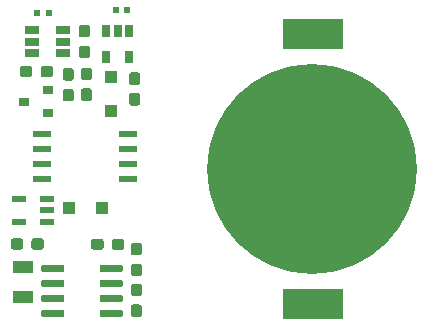
<source format=gbr>
G04 #@! TF.GenerationSoftware,KiCad,Pcbnew,(5.1.5)-3*
G04 #@! TF.CreationDate,2020-05-07T17:46:45-04:00*
G04 #@! TF.ProjectId,CR2025_Nordic,43523230-3235-45f4-9e6f-726469632e6b,rev?*
G04 #@! TF.SameCoordinates,Original*
G04 #@! TF.FileFunction,Paste,Top*
G04 #@! TF.FilePolarity,Positive*
%FSLAX46Y46*%
G04 Gerber Fmt 4.6, Leading zero omitted, Abs format (unit mm)*
G04 Created by KiCad (PCBNEW (5.1.5)-3) date 2020-05-07 17:46:45*
%MOMM*%
%LPD*%
G04 APERTURE LIST*
%ADD10R,1.524000X0.558800*%
%ADD11R,0.900000X0.800000*%
%ADD12R,1.800000X1.000000*%
%ADD13R,0.599999X0.499999*%
%ADD14C,0.100000*%
%ADD15R,1.100000X1.100000*%
%ADD16R,0.650000X1.060000*%
%ADD17C,17.780001*%
%ADD18R,5.080000X2.540000*%
%ADD19R,1.240000X0.550000*%
%ADD20R,1.220000X0.650000*%
G04 APERTURE END LIST*
D10*
X138732260Y-87660480D03*
X138732260Y-88930480D03*
X138732260Y-90200480D03*
X138732260Y-91470480D03*
X131442460Y-91470480D03*
X131442460Y-90200480D03*
X131442460Y-88930480D03*
X131442460Y-87660480D03*
D11*
X129949700Y-84886800D03*
X131949700Y-83936800D03*
X131949700Y-85836800D03*
D12*
X129844800Y-98886960D03*
X129844800Y-101386960D03*
D13*
X138701399Y-77152500D03*
X137701401Y-77152500D03*
X132021199Y-77381100D03*
X131021201Y-77381100D03*
D14*
G36*
X139567079Y-82408444D02*
G01*
X139590134Y-82411863D01*
X139612743Y-82417527D01*
X139634687Y-82425379D01*
X139655757Y-82435344D01*
X139675748Y-82447326D01*
X139694468Y-82461210D01*
X139711738Y-82476862D01*
X139727390Y-82494132D01*
X139741274Y-82512852D01*
X139753256Y-82532843D01*
X139763221Y-82553913D01*
X139771073Y-82575857D01*
X139776737Y-82598466D01*
X139780156Y-82621521D01*
X139781300Y-82644800D01*
X139781300Y-83219800D01*
X139780156Y-83243079D01*
X139776737Y-83266134D01*
X139771073Y-83288743D01*
X139763221Y-83310687D01*
X139753256Y-83331757D01*
X139741274Y-83351748D01*
X139727390Y-83370468D01*
X139711738Y-83387738D01*
X139694468Y-83403390D01*
X139675748Y-83417274D01*
X139655757Y-83429256D01*
X139634687Y-83439221D01*
X139612743Y-83447073D01*
X139590134Y-83452737D01*
X139567079Y-83456156D01*
X139543800Y-83457300D01*
X139068800Y-83457300D01*
X139045521Y-83456156D01*
X139022466Y-83452737D01*
X138999857Y-83447073D01*
X138977913Y-83439221D01*
X138956843Y-83429256D01*
X138936852Y-83417274D01*
X138918132Y-83403390D01*
X138900862Y-83387738D01*
X138885210Y-83370468D01*
X138871326Y-83351748D01*
X138859344Y-83331757D01*
X138849379Y-83310687D01*
X138841527Y-83288743D01*
X138835863Y-83266134D01*
X138832444Y-83243079D01*
X138831300Y-83219800D01*
X138831300Y-82644800D01*
X138832444Y-82621521D01*
X138835863Y-82598466D01*
X138841527Y-82575857D01*
X138849379Y-82553913D01*
X138859344Y-82532843D01*
X138871326Y-82512852D01*
X138885210Y-82494132D01*
X138900862Y-82476862D01*
X138918132Y-82461210D01*
X138936852Y-82447326D01*
X138956843Y-82435344D01*
X138977913Y-82425379D01*
X138999857Y-82417527D01*
X139022466Y-82411863D01*
X139045521Y-82408444D01*
X139068800Y-82407300D01*
X139543800Y-82407300D01*
X139567079Y-82408444D01*
G37*
G36*
X139567079Y-84158444D02*
G01*
X139590134Y-84161863D01*
X139612743Y-84167527D01*
X139634687Y-84175379D01*
X139655757Y-84185344D01*
X139675748Y-84197326D01*
X139694468Y-84211210D01*
X139711738Y-84226862D01*
X139727390Y-84244132D01*
X139741274Y-84262852D01*
X139753256Y-84282843D01*
X139763221Y-84303913D01*
X139771073Y-84325857D01*
X139776737Y-84348466D01*
X139780156Y-84371521D01*
X139781300Y-84394800D01*
X139781300Y-84969800D01*
X139780156Y-84993079D01*
X139776737Y-85016134D01*
X139771073Y-85038743D01*
X139763221Y-85060687D01*
X139753256Y-85081757D01*
X139741274Y-85101748D01*
X139727390Y-85120468D01*
X139711738Y-85137738D01*
X139694468Y-85153390D01*
X139675748Y-85167274D01*
X139655757Y-85179256D01*
X139634687Y-85189221D01*
X139612743Y-85197073D01*
X139590134Y-85202737D01*
X139567079Y-85206156D01*
X139543800Y-85207300D01*
X139068800Y-85207300D01*
X139045521Y-85206156D01*
X139022466Y-85202737D01*
X138999857Y-85197073D01*
X138977913Y-85189221D01*
X138956843Y-85179256D01*
X138936852Y-85167274D01*
X138918132Y-85153390D01*
X138900862Y-85137738D01*
X138885210Y-85120468D01*
X138871326Y-85101748D01*
X138859344Y-85081757D01*
X138849379Y-85060687D01*
X138841527Y-85038743D01*
X138835863Y-85016134D01*
X138832444Y-84993079D01*
X138831300Y-84969800D01*
X138831300Y-84394800D01*
X138832444Y-84371521D01*
X138835863Y-84348466D01*
X138841527Y-84325857D01*
X138849379Y-84303913D01*
X138859344Y-84282843D01*
X138871326Y-84262852D01*
X138885210Y-84244132D01*
X138900862Y-84226862D01*
X138918132Y-84211210D01*
X138936852Y-84197326D01*
X138956843Y-84185344D01*
X138977913Y-84175379D01*
X138999857Y-84167527D01*
X139022466Y-84161863D01*
X139045521Y-84158444D01*
X139068800Y-84157300D01*
X139543800Y-84157300D01*
X139567079Y-84158444D01*
G37*
D15*
X136558480Y-93858080D03*
X133758480Y-93858080D03*
D14*
G36*
X138218779Y-96477944D02*
G01*
X138241834Y-96481363D01*
X138264443Y-96487027D01*
X138286387Y-96494879D01*
X138307457Y-96504844D01*
X138327448Y-96516826D01*
X138346168Y-96530710D01*
X138363438Y-96546362D01*
X138379090Y-96563632D01*
X138392974Y-96582352D01*
X138404956Y-96602343D01*
X138414921Y-96623413D01*
X138422773Y-96645357D01*
X138428437Y-96667966D01*
X138431856Y-96691021D01*
X138433000Y-96714300D01*
X138433000Y-97189300D01*
X138431856Y-97212579D01*
X138428437Y-97235634D01*
X138422773Y-97258243D01*
X138414921Y-97280187D01*
X138404956Y-97301257D01*
X138392974Y-97321248D01*
X138379090Y-97339968D01*
X138363438Y-97357238D01*
X138346168Y-97372890D01*
X138327448Y-97386774D01*
X138307457Y-97398756D01*
X138286387Y-97408721D01*
X138264443Y-97416573D01*
X138241834Y-97422237D01*
X138218779Y-97425656D01*
X138195500Y-97426800D01*
X137620500Y-97426800D01*
X137597221Y-97425656D01*
X137574166Y-97422237D01*
X137551557Y-97416573D01*
X137529613Y-97408721D01*
X137508543Y-97398756D01*
X137488552Y-97386774D01*
X137469832Y-97372890D01*
X137452562Y-97357238D01*
X137436910Y-97339968D01*
X137423026Y-97321248D01*
X137411044Y-97301257D01*
X137401079Y-97280187D01*
X137393227Y-97258243D01*
X137387563Y-97235634D01*
X137384144Y-97212579D01*
X137383000Y-97189300D01*
X137383000Y-96714300D01*
X137384144Y-96691021D01*
X137387563Y-96667966D01*
X137393227Y-96645357D01*
X137401079Y-96623413D01*
X137411044Y-96602343D01*
X137423026Y-96582352D01*
X137436910Y-96563632D01*
X137452562Y-96546362D01*
X137469832Y-96530710D01*
X137488552Y-96516826D01*
X137508543Y-96504844D01*
X137529613Y-96494879D01*
X137551557Y-96487027D01*
X137574166Y-96481363D01*
X137597221Y-96477944D01*
X137620500Y-96476800D01*
X138195500Y-96476800D01*
X138218779Y-96477944D01*
G37*
G36*
X136468779Y-96477944D02*
G01*
X136491834Y-96481363D01*
X136514443Y-96487027D01*
X136536387Y-96494879D01*
X136557457Y-96504844D01*
X136577448Y-96516826D01*
X136596168Y-96530710D01*
X136613438Y-96546362D01*
X136629090Y-96563632D01*
X136642974Y-96582352D01*
X136654956Y-96602343D01*
X136664921Y-96623413D01*
X136672773Y-96645357D01*
X136678437Y-96667966D01*
X136681856Y-96691021D01*
X136683000Y-96714300D01*
X136683000Y-97189300D01*
X136681856Y-97212579D01*
X136678437Y-97235634D01*
X136672773Y-97258243D01*
X136664921Y-97280187D01*
X136654956Y-97301257D01*
X136642974Y-97321248D01*
X136629090Y-97339968D01*
X136613438Y-97357238D01*
X136596168Y-97372890D01*
X136577448Y-97386774D01*
X136557457Y-97398756D01*
X136536387Y-97408721D01*
X136514443Y-97416573D01*
X136491834Y-97422237D01*
X136468779Y-97425656D01*
X136445500Y-97426800D01*
X135870500Y-97426800D01*
X135847221Y-97425656D01*
X135824166Y-97422237D01*
X135801557Y-97416573D01*
X135779613Y-97408721D01*
X135758543Y-97398756D01*
X135738552Y-97386774D01*
X135719832Y-97372890D01*
X135702562Y-97357238D01*
X135686910Y-97339968D01*
X135673026Y-97321248D01*
X135661044Y-97301257D01*
X135651079Y-97280187D01*
X135643227Y-97258243D01*
X135637563Y-97235634D01*
X135634144Y-97212579D01*
X135633000Y-97189300D01*
X135633000Y-96714300D01*
X135634144Y-96691021D01*
X135637563Y-96667966D01*
X135643227Y-96645357D01*
X135651079Y-96623413D01*
X135661044Y-96602343D01*
X135673026Y-96582352D01*
X135686910Y-96563632D01*
X135702562Y-96546362D01*
X135719832Y-96530710D01*
X135738552Y-96516826D01*
X135758543Y-96504844D01*
X135779613Y-96494879D01*
X135801557Y-96487027D01*
X135824166Y-96481363D01*
X135847221Y-96477944D01*
X135870500Y-96476800D01*
X136445500Y-96476800D01*
X136468779Y-96477944D01*
G37*
G36*
X139716939Y-102052744D02*
G01*
X139739994Y-102056163D01*
X139762603Y-102061827D01*
X139784547Y-102069679D01*
X139805617Y-102079644D01*
X139825608Y-102091626D01*
X139844328Y-102105510D01*
X139861598Y-102121162D01*
X139877250Y-102138432D01*
X139891134Y-102157152D01*
X139903116Y-102177143D01*
X139913081Y-102198213D01*
X139920933Y-102220157D01*
X139926597Y-102242766D01*
X139930016Y-102265821D01*
X139931160Y-102289100D01*
X139931160Y-102864100D01*
X139930016Y-102887379D01*
X139926597Y-102910434D01*
X139920933Y-102933043D01*
X139913081Y-102954987D01*
X139903116Y-102976057D01*
X139891134Y-102996048D01*
X139877250Y-103014768D01*
X139861598Y-103032038D01*
X139844328Y-103047690D01*
X139825608Y-103061574D01*
X139805617Y-103073556D01*
X139784547Y-103083521D01*
X139762603Y-103091373D01*
X139739994Y-103097037D01*
X139716939Y-103100456D01*
X139693660Y-103101600D01*
X139218660Y-103101600D01*
X139195381Y-103100456D01*
X139172326Y-103097037D01*
X139149717Y-103091373D01*
X139127773Y-103083521D01*
X139106703Y-103073556D01*
X139086712Y-103061574D01*
X139067992Y-103047690D01*
X139050722Y-103032038D01*
X139035070Y-103014768D01*
X139021186Y-102996048D01*
X139009204Y-102976057D01*
X138999239Y-102954987D01*
X138991387Y-102933043D01*
X138985723Y-102910434D01*
X138982304Y-102887379D01*
X138981160Y-102864100D01*
X138981160Y-102289100D01*
X138982304Y-102265821D01*
X138985723Y-102242766D01*
X138991387Y-102220157D01*
X138999239Y-102198213D01*
X139009204Y-102177143D01*
X139021186Y-102157152D01*
X139035070Y-102138432D01*
X139050722Y-102121162D01*
X139067992Y-102105510D01*
X139086712Y-102091626D01*
X139106703Y-102079644D01*
X139127773Y-102069679D01*
X139149717Y-102061827D01*
X139172326Y-102056163D01*
X139195381Y-102052744D01*
X139218660Y-102051600D01*
X139693660Y-102051600D01*
X139716939Y-102052744D01*
G37*
G36*
X139716939Y-100302744D02*
G01*
X139739994Y-100306163D01*
X139762603Y-100311827D01*
X139784547Y-100319679D01*
X139805617Y-100329644D01*
X139825608Y-100341626D01*
X139844328Y-100355510D01*
X139861598Y-100371162D01*
X139877250Y-100388432D01*
X139891134Y-100407152D01*
X139903116Y-100427143D01*
X139913081Y-100448213D01*
X139920933Y-100470157D01*
X139926597Y-100492766D01*
X139930016Y-100515821D01*
X139931160Y-100539100D01*
X139931160Y-101114100D01*
X139930016Y-101137379D01*
X139926597Y-101160434D01*
X139920933Y-101183043D01*
X139913081Y-101204987D01*
X139903116Y-101226057D01*
X139891134Y-101246048D01*
X139877250Y-101264768D01*
X139861598Y-101282038D01*
X139844328Y-101297690D01*
X139825608Y-101311574D01*
X139805617Y-101323556D01*
X139784547Y-101333521D01*
X139762603Y-101341373D01*
X139739994Y-101347037D01*
X139716939Y-101350456D01*
X139693660Y-101351600D01*
X139218660Y-101351600D01*
X139195381Y-101350456D01*
X139172326Y-101347037D01*
X139149717Y-101341373D01*
X139127773Y-101333521D01*
X139106703Y-101323556D01*
X139086712Y-101311574D01*
X139067992Y-101297690D01*
X139050722Y-101282038D01*
X139035070Y-101264768D01*
X139021186Y-101246048D01*
X139009204Y-101226057D01*
X138999239Y-101204987D01*
X138991387Y-101183043D01*
X138985723Y-101160434D01*
X138982304Y-101137379D01*
X138981160Y-101114100D01*
X138981160Y-100539100D01*
X138982304Y-100515821D01*
X138985723Y-100492766D01*
X138991387Y-100470157D01*
X138999239Y-100448213D01*
X139009204Y-100427143D01*
X139021186Y-100407152D01*
X139035070Y-100388432D01*
X139050722Y-100371162D01*
X139067992Y-100355510D01*
X139086712Y-100341626D01*
X139106703Y-100329644D01*
X139127773Y-100319679D01*
X139149717Y-100311827D01*
X139172326Y-100306163D01*
X139195381Y-100302744D01*
X139218660Y-100301600D01*
X139693660Y-100301600D01*
X139716939Y-100302744D01*
G37*
G36*
X139716939Y-96848344D02*
G01*
X139739994Y-96851763D01*
X139762603Y-96857427D01*
X139784547Y-96865279D01*
X139805617Y-96875244D01*
X139825608Y-96887226D01*
X139844328Y-96901110D01*
X139861598Y-96916762D01*
X139877250Y-96934032D01*
X139891134Y-96952752D01*
X139903116Y-96972743D01*
X139913081Y-96993813D01*
X139920933Y-97015757D01*
X139926597Y-97038366D01*
X139930016Y-97061421D01*
X139931160Y-97084700D01*
X139931160Y-97659700D01*
X139930016Y-97682979D01*
X139926597Y-97706034D01*
X139920933Y-97728643D01*
X139913081Y-97750587D01*
X139903116Y-97771657D01*
X139891134Y-97791648D01*
X139877250Y-97810368D01*
X139861598Y-97827638D01*
X139844328Y-97843290D01*
X139825608Y-97857174D01*
X139805617Y-97869156D01*
X139784547Y-97879121D01*
X139762603Y-97886973D01*
X139739994Y-97892637D01*
X139716939Y-97896056D01*
X139693660Y-97897200D01*
X139218660Y-97897200D01*
X139195381Y-97896056D01*
X139172326Y-97892637D01*
X139149717Y-97886973D01*
X139127773Y-97879121D01*
X139106703Y-97869156D01*
X139086712Y-97857174D01*
X139067992Y-97843290D01*
X139050722Y-97827638D01*
X139035070Y-97810368D01*
X139021186Y-97791648D01*
X139009204Y-97771657D01*
X138999239Y-97750587D01*
X138991387Y-97728643D01*
X138985723Y-97706034D01*
X138982304Y-97682979D01*
X138981160Y-97659700D01*
X138981160Y-97084700D01*
X138982304Y-97061421D01*
X138985723Y-97038366D01*
X138991387Y-97015757D01*
X138999239Y-96993813D01*
X139009204Y-96972743D01*
X139021186Y-96952752D01*
X139035070Y-96934032D01*
X139050722Y-96916762D01*
X139067992Y-96901110D01*
X139086712Y-96887226D01*
X139106703Y-96875244D01*
X139127773Y-96865279D01*
X139149717Y-96857427D01*
X139172326Y-96851763D01*
X139195381Y-96848344D01*
X139218660Y-96847200D01*
X139693660Y-96847200D01*
X139716939Y-96848344D01*
G37*
G36*
X139716939Y-98598344D02*
G01*
X139739994Y-98601763D01*
X139762603Y-98607427D01*
X139784547Y-98615279D01*
X139805617Y-98625244D01*
X139825608Y-98637226D01*
X139844328Y-98651110D01*
X139861598Y-98666762D01*
X139877250Y-98684032D01*
X139891134Y-98702752D01*
X139903116Y-98722743D01*
X139913081Y-98743813D01*
X139920933Y-98765757D01*
X139926597Y-98788366D01*
X139930016Y-98811421D01*
X139931160Y-98834700D01*
X139931160Y-99409700D01*
X139930016Y-99432979D01*
X139926597Y-99456034D01*
X139920933Y-99478643D01*
X139913081Y-99500587D01*
X139903116Y-99521657D01*
X139891134Y-99541648D01*
X139877250Y-99560368D01*
X139861598Y-99577638D01*
X139844328Y-99593290D01*
X139825608Y-99607174D01*
X139805617Y-99619156D01*
X139784547Y-99629121D01*
X139762603Y-99636973D01*
X139739994Y-99642637D01*
X139716939Y-99646056D01*
X139693660Y-99647200D01*
X139218660Y-99647200D01*
X139195381Y-99646056D01*
X139172326Y-99642637D01*
X139149717Y-99636973D01*
X139127773Y-99629121D01*
X139106703Y-99619156D01*
X139086712Y-99607174D01*
X139067992Y-99593290D01*
X139050722Y-99577638D01*
X139035070Y-99560368D01*
X139021186Y-99541648D01*
X139009204Y-99521657D01*
X138999239Y-99500587D01*
X138991387Y-99478643D01*
X138985723Y-99456034D01*
X138982304Y-99432979D01*
X138981160Y-99409700D01*
X138981160Y-98834700D01*
X138982304Y-98811421D01*
X138985723Y-98788366D01*
X138991387Y-98765757D01*
X138999239Y-98743813D01*
X139009204Y-98722743D01*
X139021186Y-98702752D01*
X139035070Y-98684032D01*
X139050722Y-98666762D01*
X139067992Y-98651110D01*
X139086712Y-98637226D01*
X139106703Y-98625244D01*
X139127773Y-98615279D01*
X139149717Y-98607427D01*
X139172326Y-98601763D01*
X139195381Y-98598344D01*
X139218660Y-98597200D01*
X139693660Y-98597200D01*
X139716939Y-98598344D01*
G37*
G36*
X138178543Y-98709922D02*
G01*
X138193104Y-98712082D01*
X138207383Y-98715659D01*
X138221243Y-98720618D01*
X138234550Y-98726912D01*
X138247176Y-98734480D01*
X138258999Y-98743248D01*
X138269906Y-98753134D01*
X138279792Y-98764041D01*
X138288560Y-98775864D01*
X138296128Y-98788490D01*
X138302422Y-98801797D01*
X138307381Y-98815657D01*
X138310958Y-98829936D01*
X138313118Y-98844497D01*
X138313840Y-98859200D01*
X138313840Y-99159200D01*
X138313118Y-99173903D01*
X138310958Y-99188464D01*
X138307381Y-99202743D01*
X138302422Y-99216603D01*
X138296128Y-99229910D01*
X138288560Y-99242536D01*
X138279792Y-99254359D01*
X138269906Y-99265266D01*
X138258999Y-99275152D01*
X138247176Y-99283920D01*
X138234550Y-99291488D01*
X138221243Y-99297782D01*
X138207383Y-99302741D01*
X138193104Y-99306318D01*
X138178543Y-99308478D01*
X138163840Y-99309200D01*
X136513840Y-99309200D01*
X136499137Y-99308478D01*
X136484576Y-99306318D01*
X136470297Y-99302741D01*
X136456437Y-99297782D01*
X136443130Y-99291488D01*
X136430504Y-99283920D01*
X136418681Y-99275152D01*
X136407774Y-99265266D01*
X136397888Y-99254359D01*
X136389120Y-99242536D01*
X136381552Y-99229910D01*
X136375258Y-99216603D01*
X136370299Y-99202743D01*
X136366722Y-99188464D01*
X136364562Y-99173903D01*
X136363840Y-99159200D01*
X136363840Y-98859200D01*
X136364562Y-98844497D01*
X136366722Y-98829936D01*
X136370299Y-98815657D01*
X136375258Y-98801797D01*
X136381552Y-98788490D01*
X136389120Y-98775864D01*
X136397888Y-98764041D01*
X136407774Y-98753134D01*
X136418681Y-98743248D01*
X136430504Y-98734480D01*
X136443130Y-98726912D01*
X136456437Y-98720618D01*
X136470297Y-98715659D01*
X136484576Y-98712082D01*
X136499137Y-98709922D01*
X136513840Y-98709200D01*
X138163840Y-98709200D01*
X138178543Y-98709922D01*
G37*
G36*
X138178543Y-99979922D02*
G01*
X138193104Y-99982082D01*
X138207383Y-99985659D01*
X138221243Y-99990618D01*
X138234550Y-99996912D01*
X138247176Y-100004480D01*
X138258999Y-100013248D01*
X138269906Y-100023134D01*
X138279792Y-100034041D01*
X138288560Y-100045864D01*
X138296128Y-100058490D01*
X138302422Y-100071797D01*
X138307381Y-100085657D01*
X138310958Y-100099936D01*
X138313118Y-100114497D01*
X138313840Y-100129200D01*
X138313840Y-100429200D01*
X138313118Y-100443903D01*
X138310958Y-100458464D01*
X138307381Y-100472743D01*
X138302422Y-100486603D01*
X138296128Y-100499910D01*
X138288560Y-100512536D01*
X138279792Y-100524359D01*
X138269906Y-100535266D01*
X138258999Y-100545152D01*
X138247176Y-100553920D01*
X138234550Y-100561488D01*
X138221243Y-100567782D01*
X138207383Y-100572741D01*
X138193104Y-100576318D01*
X138178543Y-100578478D01*
X138163840Y-100579200D01*
X136513840Y-100579200D01*
X136499137Y-100578478D01*
X136484576Y-100576318D01*
X136470297Y-100572741D01*
X136456437Y-100567782D01*
X136443130Y-100561488D01*
X136430504Y-100553920D01*
X136418681Y-100545152D01*
X136407774Y-100535266D01*
X136397888Y-100524359D01*
X136389120Y-100512536D01*
X136381552Y-100499910D01*
X136375258Y-100486603D01*
X136370299Y-100472743D01*
X136366722Y-100458464D01*
X136364562Y-100443903D01*
X136363840Y-100429200D01*
X136363840Y-100129200D01*
X136364562Y-100114497D01*
X136366722Y-100099936D01*
X136370299Y-100085657D01*
X136375258Y-100071797D01*
X136381552Y-100058490D01*
X136389120Y-100045864D01*
X136397888Y-100034041D01*
X136407774Y-100023134D01*
X136418681Y-100013248D01*
X136430504Y-100004480D01*
X136443130Y-99996912D01*
X136456437Y-99990618D01*
X136470297Y-99985659D01*
X136484576Y-99982082D01*
X136499137Y-99979922D01*
X136513840Y-99979200D01*
X138163840Y-99979200D01*
X138178543Y-99979922D01*
G37*
G36*
X138178543Y-101249922D02*
G01*
X138193104Y-101252082D01*
X138207383Y-101255659D01*
X138221243Y-101260618D01*
X138234550Y-101266912D01*
X138247176Y-101274480D01*
X138258999Y-101283248D01*
X138269906Y-101293134D01*
X138279792Y-101304041D01*
X138288560Y-101315864D01*
X138296128Y-101328490D01*
X138302422Y-101341797D01*
X138307381Y-101355657D01*
X138310958Y-101369936D01*
X138313118Y-101384497D01*
X138313840Y-101399200D01*
X138313840Y-101699200D01*
X138313118Y-101713903D01*
X138310958Y-101728464D01*
X138307381Y-101742743D01*
X138302422Y-101756603D01*
X138296128Y-101769910D01*
X138288560Y-101782536D01*
X138279792Y-101794359D01*
X138269906Y-101805266D01*
X138258999Y-101815152D01*
X138247176Y-101823920D01*
X138234550Y-101831488D01*
X138221243Y-101837782D01*
X138207383Y-101842741D01*
X138193104Y-101846318D01*
X138178543Y-101848478D01*
X138163840Y-101849200D01*
X136513840Y-101849200D01*
X136499137Y-101848478D01*
X136484576Y-101846318D01*
X136470297Y-101842741D01*
X136456437Y-101837782D01*
X136443130Y-101831488D01*
X136430504Y-101823920D01*
X136418681Y-101815152D01*
X136407774Y-101805266D01*
X136397888Y-101794359D01*
X136389120Y-101782536D01*
X136381552Y-101769910D01*
X136375258Y-101756603D01*
X136370299Y-101742743D01*
X136366722Y-101728464D01*
X136364562Y-101713903D01*
X136363840Y-101699200D01*
X136363840Y-101399200D01*
X136364562Y-101384497D01*
X136366722Y-101369936D01*
X136370299Y-101355657D01*
X136375258Y-101341797D01*
X136381552Y-101328490D01*
X136389120Y-101315864D01*
X136397888Y-101304041D01*
X136407774Y-101293134D01*
X136418681Y-101283248D01*
X136430504Y-101274480D01*
X136443130Y-101266912D01*
X136456437Y-101260618D01*
X136470297Y-101255659D01*
X136484576Y-101252082D01*
X136499137Y-101249922D01*
X136513840Y-101249200D01*
X138163840Y-101249200D01*
X138178543Y-101249922D01*
G37*
G36*
X138178543Y-102519922D02*
G01*
X138193104Y-102522082D01*
X138207383Y-102525659D01*
X138221243Y-102530618D01*
X138234550Y-102536912D01*
X138247176Y-102544480D01*
X138258999Y-102553248D01*
X138269906Y-102563134D01*
X138279792Y-102574041D01*
X138288560Y-102585864D01*
X138296128Y-102598490D01*
X138302422Y-102611797D01*
X138307381Y-102625657D01*
X138310958Y-102639936D01*
X138313118Y-102654497D01*
X138313840Y-102669200D01*
X138313840Y-102969200D01*
X138313118Y-102983903D01*
X138310958Y-102998464D01*
X138307381Y-103012743D01*
X138302422Y-103026603D01*
X138296128Y-103039910D01*
X138288560Y-103052536D01*
X138279792Y-103064359D01*
X138269906Y-103075266D01*
X138258999Y-103085152D01*
X138247176Y-103093920D01*
X138234550Y-103101488D01*
X138221243Y-103107782D01*
X138207383Y-103112741D01*
X138193104Y-103116318D01*
X138178543Y-103118478D01*
X138163840Y-103119200D01*
X136513840Y-103119200D01*
X136499137Y-103118478D01*
X136484576Y-103116318D01*
X136470297Y-103112741D01*
X136456437Y-103107782D01*
X136443130Y-103101488D01*
X136430504Y-103093920D01*
X136418681Y-103085152D01*
X136407774Y-103075266D01*
X136397888Y-103064359D01*
X136389120Y-103052536D01*
X136381552Y-103039910D01*
X136375258Y-103026603D01*
X136370299Y-103012743D01*
X136366722Y-102998464D01*
X136364562Y-102983903D01*
X136363840Y-102969200D01*
X136363840Y-102669200D01*
X136364562Y-102654497D01*
X136366722Y-102639936D01*
X136370299Y-102625657D01*
X136375258Y-102611797D01*
X136381552Y-102598490D01*
X136389120Y-102585864D01*
X136397888Y-102574041D01*
X136407774Y-102563134D01*
X136418681Y-102553248D01*
X136430504Y-102544480D01*
X136443130Y-102536912D01*
X136456437Y-102530618D01*
X136470297Y-102525659D01*
X136484576Y-102522082D01*
X136499137Y-102519922D01*
X136513840Y-102519200D01*
X138163840Y-102519200D01*
X138178543Y-102519922D01*
G37*
G36*
X133228543Y-102519922D02*
G01*
X133243104Y-102522082D01*
X133257383Y-102525659D01*
X133271243Y-102530618D01*
X133284550Y-102536912D01*
X133297176Y-102544480D01*
X133308999Y-102553248D01*
X133319906Y-102563134D01*
X133329792Y-102574041D01*
X133338560Y-102585864D01*
X133346128Y-102598490D01*
X133352422Y-102611797D01*
X133357381Y-102625657D01*
X133360958Y-102639936D01*
X133363118Y-102654497D01*
X133363840Y-102669200D01*
X133363840Y-102969200D01*
X133363118Y-102983903D01*
X133360958Y-102998464D01*
X133357381Y-103012743D01*
X133352422Y-103026603D01*
X133346128Y-103039910D01*
X133338560Y-103052536D01*
X133329792Y-103064359D01*
X133319906Y-103075266D01*
X133308999Y-103085152D01*
X133297176Y-103093920D01*
X133284550Y-103101488D01*
X133271243Y-103107782D01*
X133257383Y-103112741D01*
X133243104Y-103116318D01*
X133228543Y-103118478D01*
X133213840Y-103119200D01*
X131563840Y-103119200D01*
X131549137Y-103118478D01*
X131534576Y-103116318D01*
X131520297Y-103112741D01*
X131506437Y-103107782D01*
X131493130Y-103101488D01*
X131480504Y-103093920D01*
X131468681Y-103085152D01*
X131457774Y-103075266D01*
X131447888Y-103064359D01*
X131439120Y-103052536D01*
X131431552Y-103039910D01*
X131425258Y-103026603D01*
X131420299Y-103012743D01*
X131416722Y-102998464D01*
X131414562Y-102983903D01*
X131413840Y-102969200D01*
X131413840Y-102669200D01*
X131414562Y-102654497D01*
X131416722Y-102639936D01*
X131420299Y-102625657D01*
X131425258Y-102611797D01*
X131431552Y-102598490D01*
X131439120Y-102585864D01*
X131447888Y-102574041D01*
X131457774Y-102563134D01*
X131468681Y-102553248D01*
X131480504Y-102544480D01*
X131493130Y-102536912D01*
X131506437Y-102530618D01*
X131520297Y-102525659D01*
X131534576Y-102522082D01*
X131549137Y-102519922D01*
X131563840Y-102519200D01*
X133213840Y-102519200D01*
X133228543Y-102519922D01*
G37*
G36*
X133228543Y-101249922D02*
G01*
X133243104Y-101252082D01*
X133257383Y-101255659D01*
X133271243Y-101260618D01*
X133284550Y-101266912D01*
X133297176Y-101274480D01*
X133308999Y-101283248D01*
X133319906Y-101293134D01*
X133329792Y-101304041D01*
X133338560Y-101315864D01*
X133346128Y-101328490D01*
X133352422Y-101341797D01*
X133357381Y-101355657D01*
X133360958Y-101369936D01*
X133363118Y-101384497D01*
X133363840Y-101399200D01*
X133363840Y-101699200D01*
X133363118Y-101713903D01*
X133360958Y-101728464D01*
X133357381Y-101742743D01*
X133352422Y-101756603D01*
X133346128Y-101769910D01*
X133338560Y-101782536D01*
X133329792Y-101794359D01*
X133319906Y-101805266D01*
X133308999Y-101815152D01*
X133297176Y-101823920D01*
X133284550Y-101831488D01*
X133271243Y-101837782D01*
X133257383Y-101842741D01*
X133243104Y-101846318D01*
X133228543Y-101848478D01*
X133213840Y-101849200D01*
X131563840Y-101849200D01*
X131549137Y-101848478D01*
X131534576Y-101846318D01*
X131520297Y-101842741D01*
X131506437Y-101837782D01*
X131493130Y-101831488D01*
X131480504Y-101823920D01*
X131468681Y-101815152D01*
X131457774Y-101805266D01*
X131447888Y-101794359D01*
X131439120Y-101782536D01*
X131431552Y-101769910D01*
X131425258Y-101756603D01*
X131420299Y-101742743D01*
X131416722Y-101728464D01*
X131414562Y-101713903D01*
X131413840Y-101699200D01*
X131413840Y-101399200D01*
X131414562Y-101384497D01*
X131416722Y-101369936D01*
X131420299Y-101355657D01*
X131425258Y-101341797D01*
X131431552Y-101328490D01*
X131439120Y-101315864D01*
X131447888Y-101304041D01*
X131457774Y-101293134D01*
X131468681Y-101283248D01*
X131480504Y-101274480D01*
X131493130Y-101266912D01*
X131506437Y-101260618D01*
X131520297Y-101255659D01*
X131534576Y-101252082D01*
X131549137Y-101249922D01*
X131563840Y-101249200D01*
X133213840Y-101249200D01*
X133228543Y-101249922D01*
G37*
G36*
X133228543Y-99979922D02*
G01*
X133243104Y-99982082D01*
X133257383Y-99985659D01*
X133271243Y-99990618D01*
X133284550Y-99996912D01*
X133297176Y-100004480D01*
X133308999Y-100013248D01*
X133319906Y-100023134D01*
X133329792Y-100034041D01*
X133338560Y-100045864D01*
X133346128Y-100058490D01*
X133352422Y-100071797D01*
X133357381Y-100085657D01*
X133360958Y-100099936D01*
X133363118Y-100114497D01*
X133363840Y-100129200D01*
X133363840Y-100429200D01*
X133363118Y-100443903D01*
X133360958Y-100458464D01*
X133357381Y-100472743D01*
X133352422Y-100486603D01*
X133346128Y-100499910D01*
X133338560Y-100512536D01*
X133329792Y-100524359D01*
X133319906Y-100535266D01*
X133308999Y-100545152D01*
X133297176Y-100553920D01*
X133284550Y-100561488D01*
X133271243Y-100567782D01*
X133257383Y-100572741D01*
X133243104Y-100576318D01*
X133228543Y-100578478D01*
X133213840Y-100579200D01*
X131563840Y-100579200D01*
X131549137Y-100578478D01*
X131534576Y-100576318D01*
X131520297Y-100572741D01*
X131506437Y-100567782D01*
X131493130Y-100561488D01*
X131480504Y-100553920D01*
X131468681Y-100545152D01*
X131457774Y-100535266D01*
X131447888Y-100524359D01*
X131439120Y-100512536D01*
X131431552Y-100499910D01*
X131425258Y-100486603D01*
X131420299Y-100472743D01*
X131416722Y-100458464D01*
X131414562Y-100443903D01*
X131413840Y-100429200D01*
X131413840Y-100129200D01*
X131414562Y-100114497D01*
X131416722Y-100099936D01*
X131420299Y-100085657D01*
X131425258Y-100071797D01*
X131431552Y-100058490D01*
X131439120Y-100045864D01*
X131447888Y-100034041D01*
X131457774Y-100023134D01*
X131468681Y-100013248D01*
X131480504Y-100004480D01*
X131493130Y-99996912D01*
X131506437Y-99990618D01*
X131520297Y-99985659D01*
X131534576Y-99982082D01*
X131549137Y-99979922D01*
X131563840Y-99979200D01*
X133213840Y-99979200D01*
X133228543Y-99979922D01*
G37*
G36*
X133228543Y-98709922D02*
G01*
X133243104Y-98712082D01*
X133257383Y-98715659D01*
X133271243Y-98720618D01*
X133284550Y-98726912D01*
X133297176Y-98734480D01*
X133308999Y-98743248D01*
X133319906Y-98753134D01*
X133329792Y-98764041D01*
X133338560Y-98775864D01*
X133346128Y-98788490D01*
X133352422Y-98801797D01*
X133357381Y-98815657D01*
X133360958Y-98829936D01*
X133363118Y-98844497D01*
X133363840Y-98859200D01*
X133363840Y-99159200D01*
X133363118Y-99173903D01*
X133360958Y-99188464D01*
X133357381Y-99202743D01*
X133352422Y-99216603D01*
X133346128Y-99229910D01*
X133338560Y-99242536D01*
X133329792Y-99254359D01*
X133319906Y-99265266D01*
X133308999Y-99275152D01*
X133297176Y-99283920D01*
X133284550Y-99291488D01*
X133271243Y-99297782D01*
X133257383Y-99302741D01*
X133243104Y-99306318D01*
X133228543Y-99308478D01*
X133213840Y-99309200D01*
X131563840Y-99309200D01*
X131549137Y-99308478D01*
X131534576Y-99306318D01*
X131520297Y-99302741D01*
X131506437Y-99297782D01*
X131493130Y-99291488D01*
X131480504Y-99283920D01*
X131468681Y-99275152D01*
X131457774Y-99265266D01*
X131447888Y-99254359D01*
X131439120Y-99242536D01*
X131431552Y-99229910D01*
X131425258Y-99216603D01*
X131420299Y-99202743D01*
X131416722Y-99188464D01*
X131414562Y-99173903D01*
X131413840Y-99159200D01*
X131413840Y-98859200D01*
X131414562Y-98844497D01*
X131416722Y-98829936D01*
X131420299Y-98815657D01*
X131425258Y-98801797D01*
X131431552Y-98788490D01*
X131439120Y-98775864D01*
X131447888Y-98764041D01*
X131457774Y-98753134D01*
X131468681Y-98743248D01*
X131480504Y-98734480D01*
X131493130Y-98726912D01*
X131506437Y-98720618D01*
X131520297Y-98715659D01*
X131534576Y-98712082D01*
X131549137Y-98709922D01*
X131563840Y-98709200D01*
X133213840Y-98709200D01*
X133228543Y-98709922D01*
G37*
D16*
X138831360Y-78935200D03*
X137881360Y-78935200D03*
X136931360Y-78935200D03*
X136931360Y-81135200D03*
X138831360Y-81135200D03*
D14*
G36*
X135495459Y-82014744D02*
G01*
X135518514Y-82018163D01*
X135541123Y-82023827D01*
X135563067Y-82031679D01*
X135584137Y-82041644D01*
X135604128Y-82053626D01*
X135622848Y-82067510D01*
X135640118Y-82083162D01*
X135655770Y-82100432D01*
X135669654Y-82119152D01*
X135681636Y-82139143D01*
X135691601Y-82160213D01*
X135699453Y-82182157D01*
X135705117Y-82204766D01*
X135708536Y-82227821D01*
X135709680Y-82251100D01*
X135709680Y-82826100D01*
X135708536Y-82849379D01*
X135705117Y-82872434D01*
X135699453Y-82895043D01*
X135691601Y-82916987D01*
X135681636Y-82938057D01*
X135669654Y-82958048D01*
X135655770Y-82976768D01*
X135640118Y-82994038D01*
X135622848Y-83009690D01*
X135604128Y-83023574D01*
X135584137Y-83035556D01*
X135563067Y-83045521D01*
X135541123Y-83053373D01*
X135518514Y-83059037D01*
X135495459Y-83062456D01*
X135472180Y-83063600D01*
X134997180Y-83063600D01*
X134973901Y-83062456D01*
X134950846Y-83059037D01*
X134928237Y-83053373D01*
X134906293Y-83045521D01*
X134885223Y-83035556D01*
X134865232Y-83023574D01*
X134846512Y-83009690D01*
X134829242Y-82994038D01*
X134813590Y-82976768D01*
X134799706Y-82958048D01*
X134787724Y-82938057D01*
X134777759Y-82916987D01*
X134769907Y-82895043D01*
X134764243Y-82872434D01*
X134760824Y-82849379D01*
X134759680Y-82826100D01*
X134759680Y-82251100D01*
X134760824Y-82227821D01*
X134764243Y-82204766D01*
X134769907Y-82182157D01*
X134777759Y-82160213D01*
X134787724Y-82139143D01*
X134799706Y-82119152D01*
X134813590Y-82100432D01*
X134829242Y-82083162D01*
X134846512Y-82067510D01*
X134865232Y-82053626D01*
X134885223Y-82041644D01*
X134906293Y-82031679D01*
X134928237Y-82023827D01*
X134950846Y-82018163D01*
X134973901Y-82014744D01*
X134997180Y-82013600D01*
X135472180Y-82013600D01*
X135495459Y-82014744D01*
G37*
G36*
X135495459Y-83764744D02*
G01*
X135518514Y-83768163D01*
X135541123Y-83773827D01*
X135563067Y-83781679D01*
X135584137Y-83791644D01*
X135604128Y-83803626D01*
X135622848Y-83817510D01*
X135640118Y-83833162D01*
X135655770Y-83850432D01*
X135669654Y-83869152D01*
X135681636Y-83889143D01*
X135691601Y-83910213D01*
X135699453Y-83932157D01*
X135705117Y-83954766D01*
X135708536Y-83977821D01*
X135709680Y-84001100D01*
X135709680Y-84576100D01*
X135708536Y-84599379D01*
X135705117Y-84622434D01*
X135699453Y-84645043D01*
X135691601Y-84666987D01*
X135681636Y-84688057D01*
X135669654Y-84708048D01*
X135655770Y-84726768D01*
X135640118Y-84744038D01*
X135622848Y-84759690D01*
X135604128Y-84773574D01*
X135584137Y-84785556D01*
X135563067Y-84795521D01*
X135541123Y-84803373D01*
X135518514Y-84809037D01*
X135495459Y-84812456D01*
X135472180Y-84813600D01*
X134997180Y-84813600D01*
X134973901Y-84812456D01*
X134950846Y-84809037D01*
X134928237Y-84803373D01*
X134906293Y-84795521D01*
X134885223Y-84785556D01*
X134865232Y-84773574D01*
X134846512Y-84759690D01*
X134829242Y-84744038D01*
X134813590Y-84726768D01*
X134799706Y-84708048D01*
X134787724Y-84688057D01*
X134777759Y-84666987D01*
X134769907Y-84645043D01*
X134764243Y-84622434D01*
X134760824Y-84599379D01*
X134759680Y-84576100D01*
X134759680Y-84001100D01*
X134760824Y-83977821D01*
X134764243Y-83954766D01*
X134769907Y-83932157D01*
X134777759Y-83910213D01*
X134787724Y-83889143D01*
X134799706Y-83869152D01*
X134813590Y-83850432D01*
X134829242Y-83833162D01*
X134846512Y-83817510D01*
X134865232Y-83803626D01*
X134885223Y-83791644D01*
X134906293Y-83781679D01*
X134928237Y-83773827D01*
X134950846Y-83768163D01*
X134973901Y-83764744D01*
X134997180Y-83763600D01*
X135472180Y-83763600D01*
X135495459Y-83764744D01*
G37*
G36*
X135325279Y-78395244D02*
G01*
X135348334Y-78398663D01*
X135370943Y-78404327D01*
X135392887Y-78412179D01*
X135413957Y-78422144D01*
X135433948Y-78434126D01*
X135452668Y-78448010D01*
X135469938Y-78463662D01*
X135485590Y-78480932D01*
X135499474Y-78499652D01*
X135511456Y-78519643D01*
X135521421Y-78540713D01*
X135529273Y-78562657D01*
X135534937Y-78585266D01*
X135538356Y-78608321D01*
X135539500Y-78631600D01*
X135539500Y-79206600D01*
X135538356Y-79229879D01*
X135534937Y-79252934D01*
X135529273Y-79275543D01*
X135521421Y-79297487D01*
X135511456Y-79318557D01*
X135499474Y-79338548D01*
X135485590Y-79357268D01*
X135469938Y-79374538D01*
X135452668Y-79390190D01*
X135433948Y-79404074D01*
X135413957Y-79416056D01*
X135392887Y-79426021D01*
X135370943Y-79433873D01*
X135348334Y-79439537D01*
X135325279Y-79442956D01*
X135302000Y-79444100D01*
X134827000Y-79444100D01*
X134803721Y-79442956D01*
X134780666Y-79439537D01*
X134758057Y-79433873D01*
X134736113Y-79426021D01*
X134715043Y-79416056D01*
X134695052Y-79404074D01*
X134676332Y-79390190D01*
X134659062Y-79374538D01*
X134643410Y-79357268D01*
X134629526Y-79338548D01*
X134617544Y-79318557D01*
X134607579Y-79297487D01*
X134599727Y-79275543D01*
X134594063Y-79252934D01*
X134590644Y-79229879D01*
X134589500Y-79206600D01*
X134589500Y-78631600D01*
X134590644Y-78608321D01*
X134594063Y-78585266D01*
X134599727Y-78562657D01*
X134607579Y-78540713D01*
X134617544Y-78519643D01*
X134629526Y-78499652D01*
X134643410Y-78480932D01*
X134659062Y-78463662D01*
X134676332Y-78448010D01*
X134695052Y-78434126D01*
X134715043Y-78422144D01*
X134736113Y-78412179D01*
X134758057Y-78404327D01*
X134780666Y-78398663D01*
X134803721Y-78395244D01*
X134827000Y-78394100D01*
X135302000Y-78394100D01*
X135325279Y-78395244D01*
G37*
G36*
X135325279Y-80145244D02*
G01*
X135348334Y-80148663D01*
X135370943Y-80154327D01*
X135392887Y-80162179D01*
X135413957Y-80172144D01*
X135433948Y-80184126D01*
X135452668Y-80198010D01*
X135469938Y-80213662D01*
X135485590Y-80230932D01*
X135499474Y-80249652D01*
X135511456Y-80269643D01*
X135521421Y-80290713D01*
X135529273Y-80312657D01*
X135534937Y-80335266D01*
X135538356Y-80358321D01*
X135539500Y-80381600D01*
X135539500Y-80956600D01*
X135538356Y-80979879D01*
X135534937Y-81002934D01*
X135529273Y-81025543D01*
X135521421Y-81047487D01*
X135511456Y-81068557D01*
X135499474Y-81088548D01*
X135485590Y-81107268D01*
X135469938Y-81124538D01*
X135452668Y-81140190D01*
X135433948Y-81154074D01*
X135413957Y-81166056D01*
X135392887Y-81176021D01*
X135370943Y-81183873D01*
X135348334Y-81189537D01*
X135325279Y-81192956D01*
X135302000Y-81194100D01*
X134827000Y-81194100D01*
X134803721Y-81192956D01*
X134780666Y-81189537D01*
X134758057Y-81183873D01*
X134736113Y-81176021D01*
X134715043Y-81166056D01*
X134695052Y-81154074D01*
X134676332Y-81140190D01*
X134659062Y-81124538D01*
X134643410Y-81107268D01*
X134629526Y-81088548D01*
X134617544Y-81068557D01*
X134607579Y-81047487D01*
X134599727Y-81025543D01*
X134594063Y-81002934D01*
X134590644Y-80979879D01*
X134589500Y-80956600D01*
X134589500Y-80381600D01*
X134590644Y-80358321D01*
X134594063Y-80335266D01*
X134599727Y-80312657D01*
X134607579Y-80290713D01*
X134617544Y-80269643D01*
X134629526Y-80249652D01*
X134643410Y-80230932D01*
X134659062Y-80213662D01*
X134676332Y-80198010D01*
X134695052Y-80184126D01*
X134715043Y-80172144D01*
X134736113Y-80162179D01*
X134758057Y-80154327D01*
X134780666Y-80148663D01*
X134803721Y-80145244D01*
X134827000Y-80144100D01*
X135302000Y-80144100D01*
X135325279Y-80145244D01*
G37*
D17*
X154300000Y-90600000D03*
D18*
X154427000Y-102030000D03*
X154427000Y-79170000D03*
D19*
X129513240Y-95041760D03*
X129513240Y-93141760D03*
X131883240Y-93141760D03*
X131883240Y-94091760D03*
X131883240Y-95041760D03*
D20*
X133224900Y-78856800D03*
X133224900Y-79806800D03*
X133224900Y-80756800D03*
X130604900Y-80756800D03*
X130604900Y-79806800D03*
X130604900Y-78856800D03*
D14*
G36*
X133946059Y-82050304D02*
G01*
X133969114Y-82053723D01*
X133991723Y-82059387D01*
X134013667Y-82067239D01*
X134034737Y-82077204D01*
X134054728Y-82089186D01*
X134073448Y-82103070D01*
X134090718Y-82118722D01*
X134106370Y-82135992D01*
X134120254Y-82154712D01*
X134132236Y-82174703D01*
X134142201Y-82195773D01*
X134150053Y-82217717D01*
X134155717Y-82240326D01*
X134159136Y-82263381D01*
X134160280Y-82286660D01*
X134160280Y-82861660D01*
X134159136Y-82884939D01*
X134155717Y-82907994D01*
X134150053Y-82930603D01*
X134142201Y-82952547D01*
X134132236Y-82973617D01*
X134120254Y-82993608D01*
X134106370Y-83012328D01*
X134090718Y-83029598D01*
X134073448Y-83045250D01*
X134054728Y-83059134D01*
X134034737Y-83071116D01*
X134013667Y-83081081D01*
X133991723Y-83088933D01*
X133969114Y-83094597D01*
X133946059Y-83098016D01*
X133922780Y-83099160D01*
X133447780Y-83099160D01*
X133424501Y-83098016D01*
X133401446Y-83094597D01*
X133378837Y-83088933D01*
X133356893Y-83081081D01*
X133335823Y-83071116D01*
X133315832Y-83059134D01*
X133297112Y-83045250D01*
X133279842Y-83029598D01*
X133264190Y-83012328D01*
X133250306Y-82993608D01*
X133238324Y-82973617D01*
X133228359Y-82952547D01*
X133220507Y-82930603D01*
X133214843Y-82907994D01*
X133211424Y-82884939D01*
X133210280Y-82861660D01*
X133210280Y-82286660D01*
X133211424Y-82263381D01*
X133214843Y-82240326D01*
X133220507Y-82217717D01*
X133228359Y-82195773D01*
X133238324Y-82174703D01*
X133250306Y-82154712D01*
X133264190Y-82135992D01*
X133279842Y-82118722D01*
X133297112Y-82103070D01*
X133315832Y-82089186D01*
X133335823Y-82077204D01*
X133356893Y-82067239D01*
X133378837Y-82059387D01*
X133401446Y-82053723D01*
X133424501Y-82050304D01*
X133447780Y-82049160D01*
X133922780Y-82049160D01*
X133946059Y-82050304D01*
G37*
G36*
X133946059Y-83800304D02*
G01*
X133969114Y-83803723D01*
X133991723Y-83809387D01*
X134013667Y-83817239D01*
X134034737Y-83827204D01*
X134054728Y-83839186D01*
X134073448Y-83853070D01*
X134090718Y-83868722D01*
X134106370Y-83885992D01*
X134120254Y-83904712D01*
X134132236Y-83924703D01*
X134142201Y-83945773D01*
X134150053Y-83967717D01*
X134155717Y-83990326D01*
X134159136Y-84013381D01*
X134160280Y-84036660D01*
X134160280Y-84611660D01*
X134159136Y-84634939D01*
X134155717Y-84657994D01*
X134150053Y-84680603D01*
X134142201Y-84702547D01*
X134132236Y-84723617D01*
X134120254Y-84743608D01*
X134106370Y-84762328D01*
X134090718Y-84779598D01*
X134073448Y-84795250D01*
X134054728Y-84809134D01*
X134034737Y-84821116D01*
X134013667Y-84831081D01*
X133991723Y-84838933D01*
X133969114Y-84844597D01*
X133946059Y-84848016D01*
X133922780Y-84849160D01*
X133447780Y-84849160D01*
X133424501Y-84848016D01*
X133401446Y-84844597D01*
X133378837Y-84838933D01*
X133356893Y-84831081D01*
X133335823Y-84821116D01*
X133315832Y-84809134D01*
X133297112Y-84795250D01*
X133279842Y-84779598D01*
X133264190Y-84762328D01*
X133250306Y-84743608D01*
X133238324Y-84723617D01*
X133228359Y-84702547D01*
X133220507Y-84680603D01*
X133214843Y-84657994D01*
X133211424Y-84634939D01*
X133210280Y-84611660D01*
X133210280Y-84036660D01*
X133211424Y-84013381D01*
X133214843Y-83990326D01*
X133220507Y-83967717D01*
X133228359Y-83945773D01*
X133238324Y-83924703D01*
X133250306Y-83904712D01*
X133264190Y-83885992D01*
X133279842Y-83868722D01*
X133297112Y-83853070D01*
X133315832Y-83839186D01*
X133335823Y-83827204D01*
X133356893Y-83817239D01*
X133378837Y-83809387D01*
X133401446Y-83803723D01*
X133424501Y-83800304D01*
X133447780Y-83799160D01*
X133922780Y-83799160D01*
X133946059Y-83800304D01*
G37*
D15*
X137327000Y-82835200D03*
X137327000Y-85635200D03*
D14*
G36*
X131411579Y-96457624D02*
G01*
X131434634Y-96461043D01*
X131457243Y-96466707D01*
X131479187Y-96474559D01*
X131500257Y-96484524D01*
X131520248Y-96496506D01*
X131538968Y-96510390D01*
X131556238Y-96526042D01*
X131571890Y-96543312D01*
X131585774Y-96562032D01*
X131597756Y-96582023D01*
X131607721Y-96603093D01*
X131615573Y-96625037D01*
X131621237Y-96647646D01*
X131624656Y-96670701D01*
X131625800Y-96693980D01*
X131625800Y-97168980D01*
X131624656Y-97192259D01*
X131621237Y-97215314D01*
X131615573Y-97237923D01*
X131607721Y-97259867D01*
X131597756Y-97280937D01*
X131585774Y-97300928D01*
X131571890Y-97319648D01*
X131556238Y-97336918D01*
X131538968Y-97352570D01*
X131520248Y-97366454D01*
X131500257Y-97378436D01*
X131479187Y-97388401D01*
X131457243Y-97396253D01*
X131434634Y-97401917D01*
X131411579Y-97405336D01*
X131388300Y-97406480D01*
X130813300Y-97406480D01*
X130790021Y-97405336D01*
X130766966Y-97401917D01*
X130744357Y-97396253D01*
X130722413Y-97388401D01*
X130701343Y-97378436D01*
X130681352Y-97366454D01*
X130662632Y-97352570D01*
X130645362Y-97336918D01*
X130629710Y-97319648D01*
X130615826Y-97300928D01*
X130603844Y-97280937D01*
X130593879Y-97259867D01*
X130586027Y-97237923D01*
X130580363Y-97215314D01*
X130576944Y-97192259D01*
X130575800Y-97168980D01*
X130575800Y-96693980D01*
X130576944Y-96670701D01*
X130580363Y-96647646D01*
X130586027Y-96625037D01*
X130593879Y-96603093D01*
X130603844Y-96582023D01*
X130615826Y-96562032D01*
X130629710Y-96543312D01*
X130645362Y-96526042D01*
X130662632Y-96510390D01*
X130681352Y-96496506D01*
X130701343Y-96484524D01*
X130722413Y-96474559D01*
X130744357Y-96466707D01*
X130766966Y-96461043D01*
X130790021Y-96457624D01*
X130813300Y-96456480D01*
X131388300Y-96456480D01*
X131411579Y-96457624D01*
G37*
G36*
X129661579Y-96457624D02*
G01*
X129684634Y-96461043D01*
X129707243Y-96466707D01*
X129729187Y-96474559D01*
X129750257Y-96484524D01*
X129770248Y-96496506D01*
X129788968Y-96510390D01*
X129806238Y-96526042D01*
X129821890Y-96543312D01*
X129835774Y-96562032D01*
X129847756Y-96582023D01*
X129857721Y-96603093D01*
X129865573Y-96625037D01*
X129871237Y-96647646D01*
X129874656Y-96670701D01*
X129875800Y-96693980D01*
X129875800Y-97168980D01*
X129874656Y-97192259D01*
X129871237Y-97215314D01*
X129865573Y-97237923D01*
X129857721Y-97259867D01*
X129847756Y-97280937D01*
X129835774Y-97300928D01*
X129821890Y-97319648D01*
X129806238Y-97336918D01*
X129788968Y-97352570D01*
X129770248Y-97366454D01*
X129750257Y-97378436D01*
X129729187Y-97388401D01*
X129707243Y-97396253D01*
X129684634Y-97401917D01*
X129661579Y-97405336D01*
X129638300Y-97406480D01*
X129063300Y-97406480D01*
X129040021Y-97405336D01*
X129016966Y-97401917D01*
X128994357Y-97396253D01*
X128972413Y-97388401D01*
X128951343Y-97378436D01*
X128931352Y-97366454D01*
X128912632Y-97352570D01*
X128895362Y-97336918D01*
X128879710Y-97319648D01*
X128865826Y-97300928D01*
X128853844Y-97280937D01*
X128843879Y-97259867D01*
X128836027Y-97237923D01*
X128830363Y-97215314D01*
X128826944Y-97192259D01*
X128825800Y-97168980D01*
X128825800Y-96693980D01*
X128826944Y-96670701D01*
X128830363Y-96647646D01*
X128836027Y-96625037D01*
X128843879Y-96603093D01*
X128853844Y-96582023D01*
X128865826Y-96562032D01*
X128879710Y-96543312D01*
X128895362Y-96526042D01*
X128912632Y-96510390D01*
X128931352Y-96496506D01*
X128951343Y-96484524D01*
X128972413Y-96474559D01*
X128994357Y-96466707D01*
X129016966Y-96461043D01*
X129040021Y-96457624D01*
X129063300Y-96456480D01*
X129638300Y-96456480D01*
X129661579Y-96457624D01*
G37*
G36*
X132186279Y-81860244D02*
G01*
X132209334Y-81863663D01*
X132231943Y-81869327D01*
X132253887Y-81877179D01*
X132274957Y-81887144D01*
X132294948Y-81899126D01*
X132313668Y-81913010D01*
X132330938Y-81928662D01*
X132346590Y-81945932D01*
X132360474Y-81964652D01*
X132372456Y-81984643D01*
X132382421Y-82005713D01*
X132390273Y-82027657D01*
X132395937Y-82050266D01*
X132399356Y-82073321D01*
X132400500Y-82096600D01*
X132400500Y-82571600D01*
X132399356Y-82594879D01*
X132395937Y-82617934D01*
X132390273Y-82640543D01*
X132382421Y-82662487D01*
X132372456Y-82683557D01*
X132360474Y-82703548D01*
X132346590Y-82722268D01*
X132330938Y-82739538D01*
X132313668Y-82755190D01*
X132294948Y-82769074D01*
X132274957Y-82781056D01*
X132253887Y-82791021D01*
X132231943Y-82798873D01*
X132209334Y-82804537D01*
X132186279Y-82807956D01*
X132163000Y-82809100D01*
X131588000Y-82809100D01*
X131564721Y-82807956D01*
X131541666Y-82804537D01*
X131519057Y-82798873D01*
X131497113Y-82791021D01*
X131476043Y-82781056D01*
X131456052Y-82769074D01*
X131437332Y-82755190D01*
X131420062Y-82739538D01*
X131404410Y-82722268D01*
X131390526Y-82703548D01*
X131378544Y-82683557D01*
X131368579Y-82662487D01*
X131360727Y-82640543D01*
X131355063Y-82617934D01*
X131351644Y-82594879D01*
X131350500Y-82571600D01*
X131350500Y-82096600D01*
X131351644Y-82073321D01*
X131355063Y-82050266D01*
X131360727Y-82027657D01*
X131368579Y-82005713D01*
X131378544Y-81984643D01*
X131390526Y-81964652D01*
X131404410Y-81945932D01*
X131420062Y-81928662D01*
X131437332Y-81913010D01*
X131456052Y-81899126D01*
X131476043Y-81887144D01*
X131497113Y-81877179D01*
X131519057Y-81869327D01*
X131541666Y-81863663D01*
X131564721Y-81860244D01*
X131588000Y-81859100D01*
X132163000Y-81859100D01*
X132186279Y-81860244D01*
G37*
G36*
X130436279Y-81860244D02*
G01*
X130459334Y-81863663D01*
X130481943Y-81869327D01*
X130503887Y-81877179D01*
X130524957Y-81887144D01*
X130544948Y-81899126D01*
X130563668Y-81913010D01*
X130580938Y-81928662D01*
X130596590Y-81945932D01*
X130610474Y-81964652D01*
X130622456Y-81984643D01*
X130632421Y-82005713D01*
X130640273Y-82027657D01*
X130645937Y-82050266D01*
X130649356Y-82073321D01*
X130650500Y-82096600D01*
X130650500Y-82571600D01*
X130649356Y-82594879D01*
X130645937Y-82617934D01*
X130640273Y-82640543D01*
X130632421Y-82662487D01*
X130622456Y-82683557D01*
X130610474Y-82703548D01*
X130596590Y-82722268D01*
X130580938Y-82739538D01*
X130563668Y-82755190D01*
X130544948Y-82769074D01*
X130524957Y-82781056D01*
X130503887Y-82791021D01*
X130481943Y-82798873D01*
X130459334Y-82804537D01*
X130436279Y-82807956D01*
X130413000Y-82809100D01*
X129838000Y-82809100D01*
X129814721Y-82807956D01*
X129791666Y-82804537D01*
X129769057Y-82798873D01*
X129747113Y-82791021D01*
X129726043Y-82781056D01*
X129706052Y-82769074D01*
X129687332Y-82755190D01*
X129670062Y-82739538D01*
X129654410Y-82722268D01*
X129640526Y-82703548D01*
X129628544Y-82683557D01*
X129618579Y-82662487D01*
X129610727Y-82640543D01*
X129605063Y-82617934D01*
X129601644Y-82594879D01*
X129600500Y-82571600D01*
X129600500Y-82096600D01*
X129601644Y-82073321D01*
X129605063Y-82050266D01*
X129610727Y-82027657D01*
X129618579Y-82005713D01*
X129628544Y-81984643D01*
X129640526Y-81964652D01*
X129654410Y-81945932D01*
X129670062Y-81928662D01*
X129687332Y-81913010D01*
X129706052Y-81899126D01*
X129726043Y-81887144D01*
X129747113Y-81877179D01*
X129769057Y-81869327D01*
X129791666Y-81863663D01*
X129814721Y-81860244D01*
X129838000Y-81859100D01*
X130413000Y-81859100D01*
X130436279Y-81860244D01*
G37*
M02*

</source>
